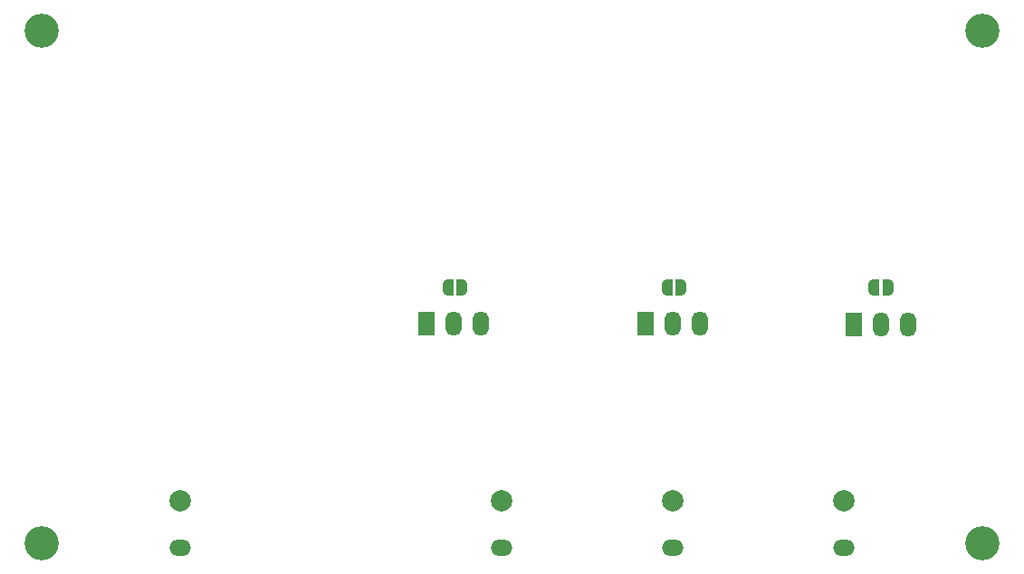
<source format=gbr>
G04 #@! TF.GenerationSoftware,KiCad,Pcbnew,(6.0.0)*
G04 #@! TF.CreationDate,2022-10-22T07:28:46+03:00*
G04 #@! TF.ProjectId,Voltlog Microscope PDU,566f6c74-6c6f-4672-904d-6963726f7363,rev?*
G04 #@! TF.SameCoordinates,Original*
G04 #@! TF.FileFunction,Soldermask,Bot*
G04 #@! TF.FilePolarity,Negative*
%FSLAX46Y46*%
G04 Gerber Fmt 4.6, Leading zero omitted, Abs format (unit mm)*
G04 Created by KiCad (PCBNEW (6.0.0)) date 2022-10-22 07:28:46*
%MOMM*%
%LPD*%
G01*
G04 APERTURE LIST*
G04 Aperture macros list*
%AMFreePoly0*
4,1,22,0.500000,-0.750000,0.000000,-0.750000,0.000000,-0.745033,-0.079941,-0.743568,-0.215256,-0.701293,-0.333266,-0.622738,-0.424486,-0.514219,-0.481581,-0.384460,-0.499164,-0.250000,-0.500000,-0.250000,-0.500000,0.250000,-0.499164,0.250000,-0.499963,0.256109,-0.478152,0.396186,-0.417904,0.524511,-0.324060,0.630769,-0.204165,0.706417,-0.067858,0.745374,0.000000,0.744959,0.000000,0.750000,
0.500000,0.750000,0.500000,-0.750000,0.500000,-0.750000,$1*%
%AMFreePoly1*
4,1,20,0.000000,0.744959,0.073905,0.744508,0.209726,0.703889,0.328688,0.626782,0.421226,0.519385,0.479903,0.390333,0.500000,0.250000,0.500000,-0.250000,0.499851,-0.262216,0.476331,-0.402017,0.414519,-0.529596,0.319384,-0.634700,0.198574,-0.708877,0.061801,-0.746166,0.000000,-0.745033,0.000000,-0.750000,-0.500000,-0.750000,-0.500000,0.750000,0.000000,0.750000,0.000000,0.744959,
0.000000,0.744959,$1*%
G04 Aperture macros list end*
%ADD10R,1.500000X2.300000*%
%ADD11O,1.500000X2.300000*%
%ADD12C,3.200000*%
%ADD13O,2.000000X1.500000*%
%ADD14C,2.000000*%
%ADD15FreePoly0,0.000000*%
%ADD16FreePoly1,0.000000*%
G04 APERTURE END LIST*
D10*
G04 #@! TO.C,U2*
X154460000Y-84425000D03*
D11*
X157000000Y-84425000D03*
X159540000Y-84425000D03*
G04 #@! TD*
D10*
G04 #@! TO.C,U1*
X133960000Y-84425000D03*
D11*
X136500000Y-84425000D03*
X139040000Y-84425000D03*
G04 #@! TD*
D12*
G04 #@! TO.C,H3*
X98000000Y-105000000D03*
G04 #@! TD*
G04 #@! TO.C,H2*
X186000000Y-57000000D03*
G04 #@! TD*
D13*
G04 #@! TO.C,J3*
X157000000Y-105400000D03*
D14*
X157000000Y-101000000D03*
G04 #@! TD*
D12*
G04 #@! TO.C,H1*
X98000000Y-57000000D03*
G04 #@! TD*
D10*
G04 #@! TO.C,U3*
X173960000Y-84500000D03*
D11*
X176500000Y-84500000D03*
X179040000Y-84500000D03*
G04 #@! TD*
D13*
G04 #@! TO.C,J4*
X173000000Y-105400000D03*
D14*
X173000000Y-101000000D03*
G04 #@! TD*
G04 #@! TO.C,J2*
X141000000Y-101000000D03*
D13*
X141000000Y-105400000D03*
G04 #@! TD*
G04 #@! TO.C,J1*
X111000000Y-105400000D03*
D14*
X111000000Y-101000000D03*
G04 #@! TD*
D12*
G04 #@! TO.C,H4*
X186000000Y-105000000D03*
G04 #@! TD*
D15*
G04 #@! TO.C,JP1*
X136000000Y-81000000D03*
D16*
X137300000Y-81000000D03*
G04 #@! TD*
D15*
G04 #@! TO.C,JP2*
X156500000Y-81000000D03*
D16*
X157800000Y-81000000D03*
G04 #@! TD*
D15*
G04 #@! TO.C,JP3*
X175850000Y-81000000D03*
D16*
X177150000Y-81000000D03*
G04 #@! TD*
M02*

</source>
